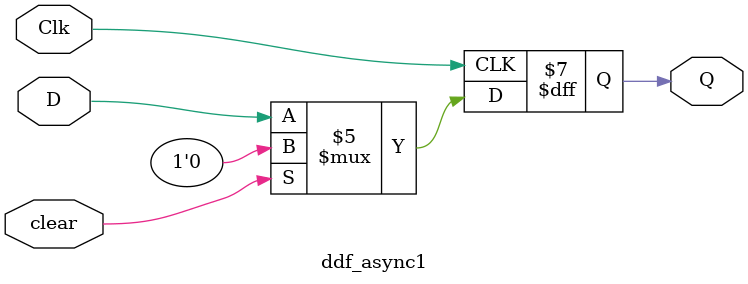
<source format=v>
module ddf_async1(input D, input Clk, input clear, output reg Q);
initial Q = 0;
 always @(posedge Clk)
	if (clear == 1)
		begin
			Q = 1'b0;
		end 
	else
		begin
			Q = D;
		end
endmodule 
</source>
